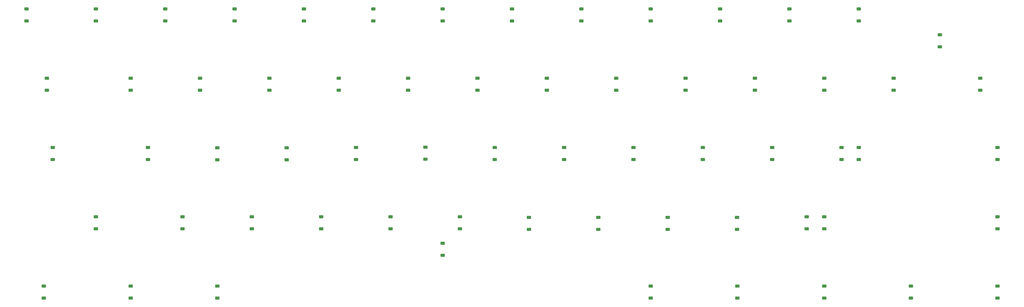
<source format=gbp>
G04 #@! TF.GenerationSoftware,KiCad,Pcbnew,8.0.0*
G04 #@! TF.CreationDate,2025-03-21T19:28:15+07:00*
G04 #@! TF.ProjectId,60Keyboard,36304b65-7962-46f6-9172-642e6b696361,rev?*
G04 #@! TF.SameCoordinates,Original*
G04 #@! TF.FileFunction,Paste,Bot*
G04 #@! TF.FilePolarity,Positive*
%FSLAX46Y46*%
G04 Gerber Fmt 4.6, Leading zero omitted, Abs format (unit mm)*
G04 Created by KiCad (PCBNEW 8.0.0) date 2025-03-21 19:28:15*
%MOMM*%
%LPD*%
G01*
G04 APERTURE LIST*
G04 Aperture macros list*
%AMRoundRect*
0 Rectangle with rounded corners*
0 $1 Rounding radius*
0 $2 $3 $4 $5 $6 $7 $8 $9 X,Y pos of 4 corners*
0 Add a 4 corners polygon primitive as box body*
4,1,4,$2,$3,$4,$5,$6,$7,$8,$9,$2,$3,0*
0 Add four circle primitives for the rounded corners*
1,1,$1+$1,$2,$3*
1,1,$1+$1,$4,$5*
1,1,$1+$1,$6,$7*
1,1,$1+$1,$8,$9*
0 Add four rect primitives between the rounded corners*
20,1,$1+$1,$2,$3,$4,$5,0*
20,1,$1+$1,$4,$5,$6,$7,0*
20,1,$1+$1,$6,$7,$8,$9,0*
20,1,$1+$1,$8,$9,$2,$3,0*%
G04 Aperture macros list end*
%ADD10RoundRect,0.225000X0.375000X-0.225000X0.375000X0.225000X-0.375000X0.225000X-0.375000X-0.225000X0*%
G04 APERTURE END LIST*
D10*
X133350000Y-11175000D03*
X133350000Y-7875000D03*
X195103750Y-68483750D03*
X195103750Y-65183750D03*
X38100000Y-11175000D03*
X38100000Y-7875000D03*
X38100000Y-68325000D03*
X38100000Y-65025000D03*
X24606250Y-30225000D03*
X24606250Y-26925000D03*
X47625000Y-30225000D03*
X47625000Y-26925000D03*
X285750000Y-68325000D03*
X285750000Y-65025000D03*
X185737500Y-49275000D03*
X185737500Y-45975000D03*
X119062500Y-68325000D03*
X119062500Y-65025000D03*
X223837500Y-49275000D03*
X223837500Y-45975000D03*
X238125000Y-30225000D03*
X238125000Y-26925000D03*
X80962500Y-68325000D03*
X80962500Y-65025000D03*
X247650000Y-11175000D03*
X247650000Y-7875000D03*
X269875000Y-18318750D03*
X269875000Y-15018750D03*
X214312500Y-87375000D03*
X214312500Y-84075000D03*
X285750000Y-49275000D03*
X285750000Y-45975000D03*
X66675000Y-30225000D03*
X66675000Y-26925000D03*
X209550000Y-11175000D03*
X209550000Y-7875000D03*
X147637500Y-49275000D03*
X147637500Y-45975000D03*
X190500000Y-87375000D03*
X190500000Y-84075000D03*
X138112500Y-68325000D03*
X138112500Y-65025000D03*
X176053750Y-68483750D03*
X176053750Y-65183750D03*
X52387500Y-49275000D03*
X52387500Y-45975000D03*
X161925000Y-30225000D03*
X161925000Y-26925000D03*
X133350000Y-75627500D03*
X133350000Y-72327500D03*
X95250000Y-11175000D03*
X95250000Y-7875000D03*
X219075000Y-30225000D03*
X219075000Y-26925000D03*
X128587500Y-49212500D03*
X128587500Y-45912500D03*
X166687500Y-49275000D03*
X166687500Y-45975000D03*
X233362500Y-68325000D03*
X233362500Y-65025000D03*
X247650000Y-49275000D03*
X247650000Y-45975000D03*
X142875000Y-30225000D03*
X142875000Y-26925000D03*
X114300000Y-11175000D03*
X114300000Y-7875000D03*
X57150000Y-11175000D03*
X57150000Y-7875000D03*
X123825000Y-30225000D03*
X123825000Y-26925000D03*
X190500000Y-11175000D03*
X190500000Y-7875000D03*
X19050000Y-11175000D03*
X19050000Y-7875000D03*
X71437500Y-49337500D03*
X71437500Y-46037500D03*
X200025000Y-30225000D03*
X200025000Y-26925000D03*
X90487500Y-49337500D03*
X90487500Y-46037500D03*
X180975000Y-30225000D03*
X180975000Y-26925000D03*
X261937500Y-87375000D03*
X261937500Y-84075000D03*
X104775000Y-30225000D03*
X104775000Y-26925000D03*
X23812500Y-87375000D03*
X23812500Y-84075000D03*
X76200000Y-11175000D03*
X76200000Y-7875000D03*
X152400000Y-11175000D03*
X152400000Y-7875000D03*
X285750000Y-87375000D03*
X285750000Y-84075000D03*
X100012500Y-68325000D03*
X100012500Y-65025000D03*
X71437500Y-87375000D03*
X71437500Y-84075000D03*
X214153750Y-68483750D03*
X214153750Y-65183750D03*
X257175000Y-30225000D03*
X257175000Y-26925000D03*
X204787500Y-49275000D03*
X204787500Y-45975000D03*
X61912500Y-68325000D03*
X61912500Y-65025000D03*
X47625000Y-87375000D03*
X47625000Y-84075000D03*
X171450000Y-11175000D03*
X171450000Y-7875000D03*
X26193750Y-49275000D03*
X26193750Y-45975000D03*
X238125000Y-87375000D03*
X238125000Y-84075000D03*
X85725000Y-30225000D03*
X85725000Y-26925000D03*
X109537500Y-49275000D03*
X109537500Y-45975000D03*
X238125000Y-68325000D03*
X238125000Y-65025000D03*
X280987500Y-30225000D03*
X280987500Y-26925000D03*
X157003750Y-68483750D03*
X157003750Y-65183750D03*
X242887500Y-49275000D03*
X242887500Y-45975000D03*
X228600000Y-11175000D03*
X228600000Y-7875000D03*
M02*

</source>
